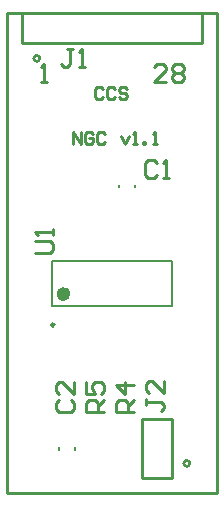
<source format=gto>
%FSLAX25Y25*%
%MOIN*%
G70*
G01*
G75*
G04 Layer_Color=65535*
%ADD10R,0.05512X0.04921*%
%ADD11R,0.06102X0.04921*%
%ADD12R,0.01772X0.09449*%
%ADD13C,0.00700*%
%ADD14C,0.01500*%
%ADD15C,0.06600*%
%ADD16R,0.06600X0.06600*%
%ADD17C,0.06000*%
%ADD18R,0.06600X0.06600*%
%ADD19C,0.03600*%
%ADD20R,0.04921X0.05512*%
%ADD21C,0.01000*%
%ADD22C,0.00984*%
%ADD23C,0.02362*%
%ADD24C,0.00787*%
D21*
X6000Y5000D02*
G03*
X6000Y5000I-1000J0D01*
G01*
X56000Y-130000D02*
G03*
X56000Y-130000I-1000J0D01*
G01*
X0Y10000D02*
X60000D01*
X0D02*
Y20000D01*
X60000D01*
Y10000D02*
Y20000D01*
X-5000Y-140000D02*
X65000D01*
Y20000D01*
X-5000D02*
X65000D01*
X-5000Y-140000D02*
Y20000D01*
X40000Y-115236D02*
X50000D01*
X40000Y-135000D02*
Y-115236D01*
Y-135000D02*
X50000D01*
Y-115236D01*
X27500Y-113000D02*
X21502D01*
Y-110001D01*
X22502Y-109001D01*
X24501D01*
X25501Y-110001D01*
Y-113000D01*
Y-111001D02*
X27500Y-109001D01*
X21502Y-103003D02*
Y-107002D01*
X24501D01*
X23501Y-105003D01*
Y-104003D01*
X24501Y-103003D01*
X26500D01*
X27500Y-104003D01*
Y-106002D01*
X26500Y-107002D01*
X37500Y-113000D02*
X31502D01*
Y-110001D01*
X32502Y-109001D01*
X34501D01*
X35501Y-110001D01*
Y-113000D01*
Y-111001D02*
X37500Y-109001D01*
Y-104003D02*
X31502D01*
X34501Y-107002D01*
Y-103003D01*
X12502Y-109001D02*
X11502Y-110001D01*
Y-112000D01*
X12502Y-113000D01*
X16500D01*
X17500Y-112000D01*
Y-110001D01*
X16500Y-109001D01*
X17500Y-103003D02*
Y-107002D01*
X13501Y-103003D01*
X12502D01*
X11502Y-104003D01*
Y-106002D01*
X12502Y-107002D01*
X44999Y-30002D02*
X43999Y-29002D01*
X42000D01*
X41000Y-30002D01*
Y-34000D01*
X42000Y-35000D01*
X43999D01*
X44999Y-34000D01*
X46998Y-35000D02*
X48997D01*
X47998D01*
Y-29002D01*
X46998Y-30002D01*
X4502Y-60000D02*
X9500D01*
X10500Y-59000D01*
Y-57001D01*
X9500Y-56001D01*
X4502D01*
X10500Y-54002D02*
Y-52003D01*
Y-53002D01*
X4502D01*
X5502Y-54002D01*
X16999Y7998D02*
X14999D01*
X15999D01*
Y3000D01*
X14999Y2000D01*
X14000D01*
X13000Y3000D01*
X18998Y2000D02*
X20997D01*
X19998D01*
Y7998D01*
X18998Y6998D01*
X41502Y-108501D02*
Y-110501D01*
Y-109501D01*
X46500D01*
X47500Y-110501D01*
Y-111500D01*
X46500Y-112500D01*
X47500Y-102503D02*
Y-106502D01*
X43501Y-102503D01*
X42502D01*
X41502Y-103503D01*
Y-105502D01*
X42502Y-106502D01*
X17000Y-23500D02*
Y-19501D01*
X19666Y-23500D01*
Y-19501D01*
X23664Y-20168D02*
X22998Y-19501D01*
X21665D01*
X20999Y-20168D01*
Y-22833D01*
X21665Y-23500D01*
X22998D01*
X23664Y-22833D01*
Y-21501D01*
X22332D01*
X27663Y-20168D02*
X26997Y-19501D01*
X25664D01*
X24997Y-20168D01*
Y-22833D01*
X25664Y-23500D01*
X26997D01*
X27663Y-22833D01*
X32995Y-20834D02*
X34328Y-23500D01*
X35661Y-20834D01*
X36994Y-23500D02*
X38326D01*
X37660D01*
Y-19501D01*
X36994Y-20168D01*
X40326Y-23500D02*
Y-22833D01*
X40992D01*
Y-23500D01*
X40326D01*
X43658D02*
X44991D01*
X44324D01*
Y-19501D01*
X43658Y-20168D01*
X27166Y-5168D02*
X26499Y-4501D01*
X25166D01*
X24500Y-5168D01*
Y-7834D01*
X25166Y-8500D01*
X26499D01*
X27166Y-7834D01*
X31165Y-5168D02*
X30498Y-4501D01*
X29165D01*
X28499Y-5168D01*
Y-7834D01*
X29165Y-8500D01*
X30498D01*
X31165Y-7834D01*
X35163Y-5168D02*
X34497Y-4501D01*
X33164D01*
X32497Y-5168D01*
Y-5834D01*
X33164Y-6501D01*
X34497D01*
X35163Y-7167D01*
Y-7834D01*
X34497Y-8500D01*
X33164D01*
X32497Y-7834D01*
X47999Y-3000D02*
X44000D01*
X47999Y999D01*
Y1998D01*
X46999Y2998D01*
X45000D01*
X44000Y1998D01*
X49998D02*
X50998Y2998D01*
X52997D01*
X53997Y1998D01*
Y999D01*
X52997Y-1D01*
X53997Y-1001D01*
Y-2000D01*
X52997Y-3000D01*
X50998D01*
X49998Y-2000D01*
Y-1001D01*
X50998Y-1D01*
X49998Y999D01*
Y1998D01*
X50998Y-1D02*
X52997D01*
X6500Y-3000D02*
X8499D01*
X7500D01*
Y2998D01*
X6500Y1998D01*
D22*
X10807Y-83780D02*
G03*
X10807Y-83780I-492J0D01*
G01*
D23*
X15039Y-73543D02*
G03*
X15039Y-73543I-1181J0D01*
G01*
D24*
X12342Y-125394D02*
Y-124606D01*
X17658Y-125394D02*
Y-124606D01*
X37657Y-37894D02*
Y-37106D01*
X32342Y-37894D02*
Y-37106D01*
X9921Y-77480D02*
X50079D01*
X9921Y-62520D02*
X50079D01*
X9921Y-77480D02*
Y-62520D01*
X50079Y-77480D02*
Y-62520D01*
M02*

</source>
